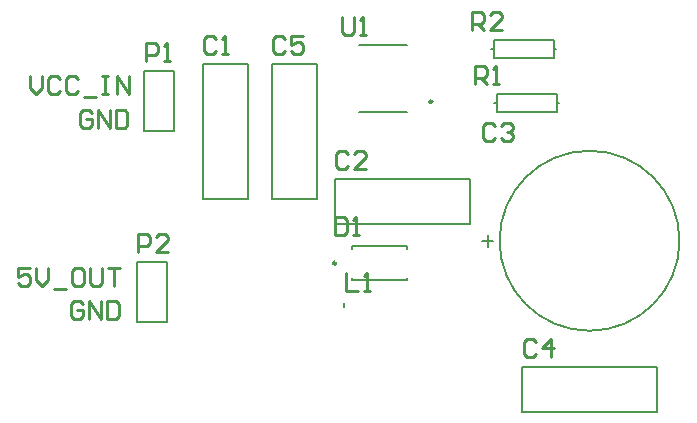
<source format=gto>
G04*
G04 #@! TF.GenerationSoftware,Altium Limited,Altium Designer,22.11.1 (43)*
G04*
G04 Layer_Color=65535*
%FSLAX25Y25*%
%MOIN*%
G70*
G04*
G04 #@! TF.SameCoordinates,0EF54BBF-8022-4FFE-BA48-DBC816024316*
G04*
G04*
G04 #@! TF.FilePolarity,Positive*
G04*
G01*
G75*
%ADD10C,0.00984*%
%ADD11C,0.00787*%
%ADD12C,0.01000*%
%ADD13C,0.00591*%
D10*
X388035Y347402D02*
G03*
X388035Y347402I-492J0D01*
G01*
X356000Y293500D02*
G03*
X356000Y293500I-492J0D01*
G01*
D11*
X470469Y301000D02*
G03*
X470469Y301000I-30000J0D01*
G01*
X289469Y294000D02*
X299468D01*
Y274000D02*
Y294000D01*
X289469Y274000D02*
X299468D01*
X289469D02*
Y294000D01*
X291968Y337500D02*
X301969D01*
X291968D02*
Y357500D01*
X301969D01*
Y337500D02*
Y357500D01*
X363724Y366220D02*
X379472D01*
X363724Y343779D02*
X379472D01*
X400468Y306500D02*
Y321500D01*
X355469Y306500D02*
X400468D01*
X355469D02*
Y321500D01*
X400468D01*
X358638Y278909D02*
Y280090D01*
X334469Y360000D02*
X349468D01*
Y315000D02*
Y360000D01*
X334469Y315000D02*
X349468D01*
X334469D02*
Y360000D01*
X311469D02*
X326468D01*
Y315000D02*
Y360000D01*
X311469Y315000D02*
X326468D01*
X311469D02*
Y360000D01*
X361413Y298323D02*
Y299248D01*
Y287752D02*
Y288677D01*
Y287752D02*
X379524D01*
Y298323D02*
Y299248D01*
Y287752D02*
Y288677D01*
X361413Y299248D02*
X379524D01*
X429468Y347000D02*
Y350000D01*
X409469D02*
X429468D01*
X409469Y344000D02*
Y350000D01*
Y344000D02*
X429468D01*
Y347000D01*
X408568D02*
X409469D01*
X429468D02*
X430369D01*
X418000Y244000D02*
Y259000D01*
X463000D01*
Y244000D02*
Y259000D01*
X418000Y244000D02*
X463000D01*
X408468Y362000D02*
Y365000D01*
Y362000D02*
X428469D01*
Y368000D01*
X408468D02*
X428469D01*
X408468Y365000D02*
Y368000D01*
X428469Y365000D02*
X429368D01*
X407569D02*
X408468D01*
D12*
X271499Y279998D02*
X270499Y280998D01*
X268500D01*
X267500Y279998D01*
Y276000D01*
X268500Y275000D01*
X270499D01*
X271499Y276000D01*
Y277999D01*
X269499D01*
X273498Y275000D02*
Y280998D01*
X277497Y275000D01*
Y280998D01*
X279496D02*
Y275000D01*
X282495D01*
X283495Y276000D01*
Y279998D01*
X282495Y280998D01*
X279496D01*
X253999Y291998D02*
X250000D01*
Y288999D01*
X251999Y289998D01*
X252999D01*
X253999Y288999D01*
Y286999D01*
X252999Y286000D01*
X251000D01*
X250000Y286999D01*
X255998Y291998D02*
Y287999D01*
X257997Y286000D01*
X259997Y287999D01*
Y291998D01*
X261996Y285000D02*
X265995D01*
X270993Y291998D02*
X268994D01*
X267994Y290998D01*
Y286999D01*
X268994Y286000D01*
X270993D01*
X271993Y286999D01*
Y290998D01*
X270993Y291998D01*
X273992D02*
Y286999D01*
X274992Y286000D01*
X276991D01*
X277991Y286999D01*
Y291998D01*
X279990D02*
X283989D01*
X281990D01*
Y286000D01*
X274467Y343498D02*
X273467Y344498D01*
X271468D01*
X270468Y343498D01*
Y339500D01*
X271468Y338500D01*
X273467D01*
X274467Y339500D01*
Y341499D01*
X272468D01*
X276467Y338500D02*
Y344498D01*
X280465Y338500D01*
Y344498D01*
X282465D02*
Y338500D01*
X285464D01*
X286463Y339500D01*
Y343498D01*
X285464Y344498D01*
X282465D01*
X253969Y355998D02*
Y351999D01*
X255968Y350000D01*
X257967Y351999D01*
Y355998D01*
X263965Y354998D02*
X262966Y355998D01*
X260966D01*
X259967Y354998D01*
Y350999D01*
X260966Y350000D01*
X262966D01*
X263965Y350999D01*
X269963Y354998D02*
X268964Y355998D01*
X266964D01*
X265965Y354998D01*
Y350999D01*
X266964Y350000D01*
X268964D01*
X269963Y350999D01*
X271963Y349000D02*
X275961D01*
X277961Y355998D02*
X279960D01*
X278960D01*
Y350000D01*
X277961D01*
X279960D01*
X282959D02*
Y355998D01*
X286958Y350000D01*
Y355998D01*
X290100Y297400D02*
Y303398D01*
X293099D01*
X294099Y302398D01*
Y300399D01*
X293099Y299399D01*
X290100D01*
X300097Y297400D02*
X296098D01*
X300097Y301399D01*
Y302398D01*
X299097Y303398D01*
X297098D01*
X296098Y302398D01*
X292600Y360900D02*
Y366898D01*
X295599D01*
X296599Y365898D01*
Y363899D01*
X295599Y362899D01*
X292600D01*
X298598Y360900D02*
X300597D01*
X299598D01*
Y366898D01*
X298598Y365898D01*
X358100Y375598D02*
Y370600D01*
X359100Y369600D01*
X361099D01*
X362099Y370600D01*
Y375598D01*
X364098Y369600D02*
X366097D01*
X365098D01*
Y375598D01*
X364098Y374598D01*
X360099Y329898D02*
X359099Y330898D01*
X357100D01*
X356100Y329898D01*
Y325900D01*
X357100Y324900D01*
X359099D01*
X360099Y325900D01*
X366097Y324900D02*
X362098D01*
X366097Y328899D01*
Y329898D01*
X365097Y330898D01*
X363098D01*
X362098Y329898D01*
X359200Y290098D02*
Y284100D01*
X363199D01*
X365198D02*
X367197D01*
X366198D01*
Y290098D01*
X365198Y289098D01*
X339099Y368398D02*
X338099Y369398D01*
X336100D01*
X335100Y368398D01*
Y364400D01*
X336100Y363400D01*
X338099D01*
X339099Y364400D01*
X345097Y369398D02*
X341098D01*
Y366399D01*
X343097Y367399D01*
X344097D01*
X345097Y366399D01*
Y364400D01*
X344097Y363400D01*
X342098D01*
X341098Y364400D01*
X316099Y368398D02*
X315099Y369398D01*
X313100D01*
X312100Y368398D01*
Y364400D01*
X313100Y363400D01*
X315099D01*
X316099Y364400D01*
X318098Y363400D02*
X320097D01*
X319098D01*
Y369398D01*
X318098Y368398D01*
X408899Y339398D02*
X407899Y340398D01*
X405900D01*
X404900Y339398D01*
Y335400D01*
X405900Y334400D01*
X407899D01*
X408899Y335400D01*
X410898Y339398D02*
X411898Y340398D01*
X413897D01*
X414897Y339398D01*
Y338399D01*
X413897Y337399D01*
X412897D01*
X413897D01*
X414897Y336399D01*
Y335400D01*
X413897Y334400D01*
X411898D01*
X410898Y335400D01*
X355500Y308998D02*
Y303000D01*
X358499D01*
X359499Y304000D01*
Y307998D01*
X358499Y308998D01*
X355500D01*
X361498Y303000D02*
X363497D01*
X362498D01*
Y308998D01*
X361498Y307998D01*
X402300Y353400D02*
Y359398D01*
X405299D01*
X406299Y358398D01*
Y356399D01*
X405299Y355399D01*
X402300D01*
X404299D02*
X406299Y353400D01*
X408298D02*
X410297D01*
X409298D01*
Y359398D01*
X408298Y358398D01*
X422599Y267398D02*
X421599Y268398D01*
X419600D01*
X418600Y267398D01*
Y263400D01*
X419600Y262400D01*
X421599D01*
X422599Y263400D01*
X427597Y262400D02*
Y268398D01*
X424598Y265399D01*
X428597D01*
X401300Y371400D02*
Y377398D01*
X404299D01*
X405299Y376398D01*
Y374399D01*
X404299Y373399D01*
X401300D01*
X403299D02*
X405299Y371400D01*
X411297D02*
X407298D01*
X411297Y375399D01*
Y376398D01*
X410297Y377398D01*
X408298D01*
X407298Y376398D01*
D13*
X408453Y300949D02*
X404517D01*
X406485Y298981D02*
Y302917D01*
M02*

</source>
